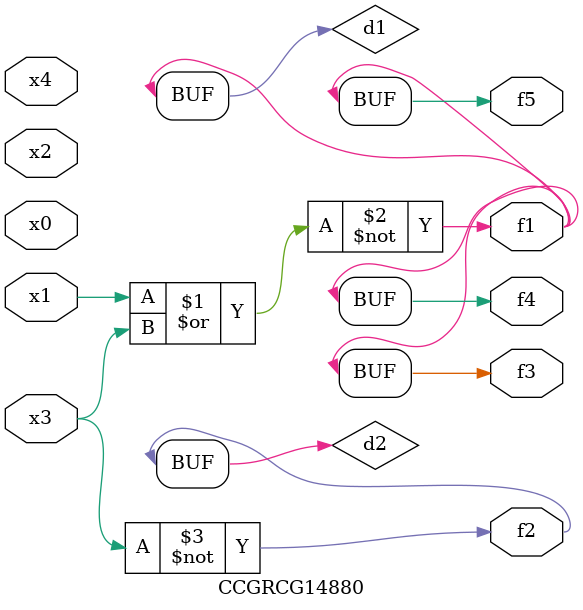
<source format=v>
module CCGRCG14880(
	input x0, x1, x2, x3, x4,
	output f1, f2, f3, f4, f5
);

	wire d1, d2;

	nor (d1, x1, x3);
	not (d2, x3);
	assign f1 = d1;
	assign f2 = d2;
	assign f3 = d1;
	assign f4 = d1;
	assign f5 = d1;
endmodule

</source>
